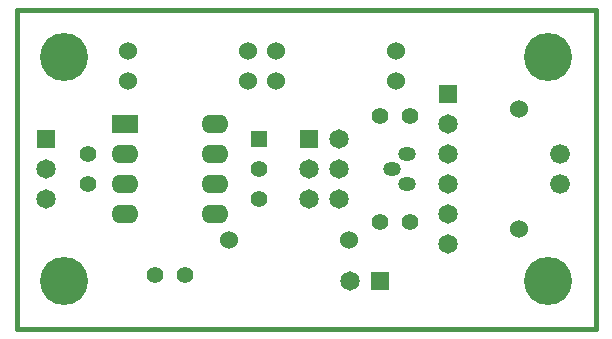
<source format=gts>
G04 (created by PCBNEW (2013-02-09 BZR 3938)-testing) date Mon 11 Feb 2013 04:26:08 PM CET*
%MOIN*%
G04 Gerber Fmt 3.4, Leading zero omitted, Abs format*
%FSLAX34Y34*%
G01*
G70*
G90*
G04 APERTURE LIST*
%ADD10C,3.14961e-06*%
%ADD11C,0.015*%
%ADD12R,0.0649606X0.0649606*%
%ADD13C,0.0649606*%
%ADD14C,0.16*%
%ADD15C,0.066*%
%ADD16R,0.09X0.062*%
%ADD17O,0.09X0.062*%
%ADD18R,0.055X0.055*%
%ADD19C,0.055*%
%ADD20C,0.06*%
%ADD21O,0.0591X0.0472*%
G04 APERTURE END LIST*
G54D10*
G54D11*
X38976Y-12795D02*
X19684Y-12795D01*
X38976Y-23425D02*
X38976Y-12795D01*
X19684Y-23425D02*
X38976Y-23425D01*
X19684Y-12795D02*
X19684Y-23425D01*
G54D12*
X34055Y-15610D03*
G54D13*
X34055Y-16610D03*
X34055Y-17610D03*
X34055Y-18610D03*
X34055Y-19610D03*
X34055Y-20610D03*
G54D12*
X20669Y-17110D03*
G54D13*
X20669Y-18110D03*
X20669Y-19110D03*
G54D14*
X21260Y-14370D03*
G54D15*
X37795Y-17610D03*
X37795Y-18610D03*
G54D12*
X29421Y-17110D03*
G54D13*
X30421Y-17110D03*
X29421Y-18110D03*
X30421Y-18110D03*
X29421Y-19110D03*
X30421Y-19110D03*
G54D14*
X37401Y-21850D03*
X37401Y-14370D03*
X21259Y-21850D03*
G54D16*
X23303Y-16610D03*
G54D17*
X23303Y-17610D03*
X23303Y-18610D03*
X23303Y-19610D03*
X26303Y-19610D03*
X26303Y-18610D03*
X26303Y-17610D03*
X26303Y-16610D03*
G54D18*
X27756Y-17110D03*
G54D19*
X27756Y-18110D03*
X27756Y-19110D03*
G54D20*
X27394Y-15157D03*
X23394Y-15157D03*
X27394Y-14173D03*
X23394Y-14173D03*
X32315Y-15157D03*
X28315Y-15157D03*
X30740Y-20472D03*
X26740Y-20472D03*
X32315Y-14173D03*
X28315Y-14173D03*
G54D19*
X22047Y-18610D03*
X22047Y-17610D03*
G54D20*
X36417Y-16110D03*
X36417Y-20110D03*
G54D12*
X31799Y-21850D03*
G54D13*
X30799Y-21850D03*
G54D19*
X32783Y-16338D03*
X31783Y-16338D03*
X31783Y-19882D03*
X32783Y-19882D03*
X24303Y-21653D03*
X25303Y-21653D03*
G54D21*
X32677Y-17610D03*
X32677Y-18610D03*
X32177Y-18110D03*
M02*

</source>
